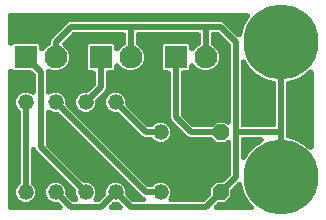
<source format=gbr>
G04 EAGLE Gerber RS-274X export*
G75*
%MOMM*%
%FSLAX34Y34*%
%LPD*%
%INTop Copper*%
%IPPOS*%
%AMOC8*
5,1,8,0,0,1.08239X$1,22.5*%
G01*
%ADD10C,1.320800*%
%ADD11P,1.429621X8X22.500000*%
%ADD12C,1.930400*%
%ADD13R,1.930400X1.930400*%
%ADD14C,6.350000*%
%ADD15C,0.508000*%

G36*
X175228Y16779D02*
X175228Y16779D01*
X175393Y16786D01*
X175452Y16799D01*
X175513Y16805D01*
X175672Y16848D01*
X175832Y16884D01*
X175889Y16907D01*
X175947Y16923D01*
X176096Y16994D01*
X176248Y17057D01*
X176299Y17090D01*
X176354Y17117D01*
X176488Y17212D01*
X176626Y17302D01*
X176684Y17353D01*
X176720Y17379D01*
X176763Y17422D01*
X176860Y17508D01*
X181628Y22276D01*
X181733Y22402D01*
X181845Y22523D01*
X181877Y22574D01*
X181916Y22621D01*
X181998Y22764D01*
X182086Y22903D01*
X182110Y22959D01*
X182140Y23012D01*
X182195Y23167D01*
X182257Y23319D01*
X182270Y23379D01*
X182291Y23436D01*
X182317Y23599D01*
X182352Y23760D01*
X182357Y23836D01*
X182364Y23881D01*
X182363Y23942D01*
X182371Y24071D01*
X182371Y28767D01*
X187133Y33529D01*
X191829Y33529D01*
X191992Y33543D01*
X192157Y33550D01*
X192216Y33563D01*
X192277Y33569D01*
X192436Y33612D01*
X192596Y33648D01*
X192653Y33671D01*
X192711Y33687D01*
X192860Y33758D01*
X193012Y33821D01*
X193063Y33854D01*
X193118Y33881D01*
X193252Y33976D01*
X193390Y34066D01*
X193448Y34117D01*
X193484Y34143D01*
X193527Y34186D01*
X193624Y34272D01*
X198392Y39040D01*
X198497Y39166D01*
X198609Y39287D01*
X198641Y39338D01*
X198680Y39385D01*
X198762Y39528D01*
X198850Y39667D01*
X198874Y39723D01*
X198904Y39776D01*
X198959Y39931D01*
X199021Y40083D01*
X199034Y40143D01*
X199055Y40201D01*
X199081Y40363D01*
X199116Y40524D01*
X199121Y40600D01*
X199128Y40645D01*
X199127Y40706D01*
X199135Y40835D01*
X199135Y67209D01*
X199124Y67339D01*
X199122Y67469D01*
X199104Y67562D01*
X199095Y67658D01*
X199061Y67783D01*
X199036Y67911D01*
X199002Y68000D01*
X198977Y68092D01*
X198921Y68209D01*
X198874Y68331D01*
X198824Y68413D01*
X198783Y68499D01*
X198708Y68604D01*
X198640Y68716D01*
X198577Y68787D01*
X198521Y68865D01*
X198428Y68956D01*
X198342Y69053D01*
X198267Y69112D01*
X198199Y69179D01*
X198091Y69252D01*
X197989Y69332D01*
X197905Y69378D01*
X197826Y69431D01*
X197707Y69484D01*
X197592Y69545D01*
X197501Y69574D01*
X197414Y69613D01*
X197288Y69644D01*
X197164Y69684D01*
X197069Y69697D01*
X196976Y69720D01*
X196847Y69728D01*
X196718Y69746D01*
X196622Y69742D01*
X196527Y69748D01*
X196398Y69733D01*
X196268Y69727D01*
X196175Y69707D01*
X196080Y69695D01*
X195955Y69658D01*
X195828Y69630D01*
X195740Y69593D01*
X195649Y69565D01*
X195533Y69506D01*
X195413Y69456D01*
X195333Y69404D01*
X195247Y69361D01*
X195144Y69282D01*
X195035Y69212D01*
X194937Y69126D01*
X194889Y69089D01*
X194858Y69056D01*
X194800Y69005D01*
X193867Y68071D01*
X187133Y68071D01*
X183813Y71392D01*
X183687Y71497D01*
X183566Y71609D01*
X183514Y71641D01*
X183467Y71680D01*
X183325Y71762D01*
X183186Y71850D01*
X183129Y71874D01*
X183076Y71904D01*
X182921Y71959D01*
X182769Y72021D01*
X182710Y72034D01*
X182652Y72055D01*
X182490Y72081D01*
X182329Y72116D01*
X182252Y72121D01*
X182208Y72128D01*
X182147Y72127D01*
X182017Y72135D01*
X164291Y72135D01*
X162798Y72754D01*
X148954Y86598D01*
X148335Y88091D01*
X148335Y125984D01*
X148332Y126019D01*
X148334Y126053D01*
X148312Y126242D01*
X148295Y126433D01*
X148286Y126466D01*
X148282Y126500D01*
X148227Y126683D01*
X148177Y126867D01*
X148162Y126898D01*
X148152Y126931D01*
X148065Y127102D01*
X147983Y127274D01*
X147963Y127302D01*
X147948Y127333D01*
X147832Y127485D01*
X147721Y127640D01*
X147696Y127664D01*
X147676Y127691D01*
X147536Y127820D01*
X147399Y127954D01*
X147370Y127973D01*
X147344Y127997D01*
X147183Y128099D01*
X147026Y128206D01*
X146994Y128220D01*
X146965Y128238D01*
X146788Y128311D01*
X146614Y128388D01*
X146580Y128396D01*
X146548Y128409D01*
X146361Y128449D01*
X146176Y128495D01*
X146142Y128497D01*
X146108Y128504D01*
X145796Y128523D01*
X142116Y128523D01*
X141223Y129416D01*
X141223Y149984D01*
X142116Y150877D01*
X162684Y150877D01*
X163577Y149984D01*
X163577Y147334D01*
X163592Y147157D01*
X163602Y146979D01*
X163612Y146933D01*
X163617Y146885D01*
X163663Y146714D01*
X163704Y146541D01*
X163723Y146497D01*
X163735Y146451D01*
X163811Y146291D01*
X163882Y146127D01*
X163908Y146087D01*
X163929Y146044D01*
X164032Y145900D01*
X164130Y145752D01*
X164163Y145717D01*
X164191Y145678D01*
X164318Y145554D01*
X164441Y145426D01*
X164479Y145397D01*
X164513Y145364D01*
X164660Y145265D01*
X164804Y145160D01*
X164847Y145139D01*
X164886Y145112D01*
X165049Y145040D01*
X165209Y144962D01*
X165255Y144949D01*
X165298Y144930D01*
X165471Y144888D01*
X165642Y144839D01*
X165689Y144835D01*
X165736Y144823D01*
X165913Y144812D01*
X166090Y144795D01*
X166138Y144798D01*
X166185Y144796D01*
X166362Y144816D01*
X166539Y144830D01*
X166585Y144842D01*
X166632Y144848D01*
X166803Y144899D01*
X166974Y144944D01*
X167018Y144964D01*
X167063Y144978D01*
X167222Y145059D01*
X167383Y145133D01*
X167422Y145161D01*
X167465Y145182D01*
X167606Y145290D01*
X167752Y145392D01*
X167785Y145425D01*
X167823Y145454D01*
X167944Y145585D01*
X168069Y145711D01*
X168096Y145750D01*
X168128Y145785D01*
X168215Y145921D01*
X171469Y149175D01*
X172168Y149465D01*
X172355Y149563D01*
X172545Y149659D01*
X172555Y149667D01*
X172567Y149673D01*
X172735Y149803D01*
X172903Y149931D01*
X172912Y149941D01*
X172923Y149949D01*
X173065Y150106D01*
X173209Y150262D01*
X173216Y150273D01*
X173224Y150283D01*
X173336Y150463D01*
X173450Y150642D01*
X173455Y150654D01*
X173462Y150665D01*
X173540Y150862D01*
X173621Y151059D01*
X173624Y151071D01*
X173629Y151084D01*
X173671Y151291D01*
X173716Y151499D01*
X173717Y151514D01*
X173719Y151525D01*
X173720Y151564D01*
X173735Y151811D01*
X173735Y158496D01*
X173732Y158531D01*
X173734Y158565D01*
X173712Y158754D01*
X173695Y158945D01*
X173686Y158978D01*
X173682Y159012D01*
X173627Y159195D01*
X173577Y159379D01*
X173562Y159410D01*
X173552Y159443D01*
X173465Y159614D01*
X173383Y159786D01*
X173363Y159814D01*
X173348Y159845D01*
X173232Y159997D01*
X173121Y160152D01*
X173096Y160176D01*
X173076Y160203D01*
X172936Y160332D01*
X172799Y160466D01*
X172770Y160485D01*
X172744Y160509D01*
X172583Y160611D01*
X172426Y160718D01*
X172394Y160732D01*
X172365Y160750D01*
X172188Y160823D01*
X172014Y160900D01*
X171980Y160908D01*
X171948Y160921D01*
X171761Y160961D01*
X171576Y161007D01*
X171542Y161009D01*
X171508Y161016D01*
X171196Y161035D01*
X120904Y161035D01*
X120869Y161032D01*
X120835Y161034D01*
X120646Y161012D01*
X120455Y160995D01*
X120422Y160986D01*
X120388Y160982D01*
X120205Y160927D01*
X120021Y160877D01*
X119990Y160862D01*
X119957Y160852D01*
X119786Y160765D01*
X119614Y160683D01*
X119586Y160663D01*
X119555Y160648D01*
X119403Y160532D01*
X119248Y160421D01*
X119224Y160396D01*
X119197Y160376D01*
X119068Y160236D01*
X118934Y160099D01*
X118915Y160070D01*
X118891Y160044D01*
X118789Y159883D01*
X118682Y159726D01*
X118668Y159694D01*
X118650Y159665D01*
X118577Y159488D01*
X118500Y159314D01*
X118492Y159280D01*
X118479Y159248D01*
X118439Y159061D01*
X118393Y158876D01*
X118391Y158842D01*
X118384Y158808D01*
X118365Y158496D01*
X118365Y151811D01*
X118384Y151599D01*
X118400Y151388D01*
X118403Y151375D01*
X118405Y151362D01*
X118461Y151157D01*
X118514Y150952D01*
X118520Y150940D01*
X118523Y150928D01*
X118613Y150738D01*
X118703Y150544D01*
X118711Y150533D01*
X118717Y150521D01*
X118839Y150349D01*
X118962Y150175D01*
X118971Y150166D01*
X118979Y150155D01*
X119131Y150006D01*
X119281Y149858D01*
X119292Y149850D01*
X119301Y149841D01*
X119478Y149722D01*
X119651Y149602D01*
X119666Y149595D01*
X119674Y149589D01*
X119711Y149573D01*
X119932Y149465D01*
X120631Y149175D01*
X123775Y146031D01*
X125477Y141923D01*
X125477Y137477D01*
X123775Y133369D01*
X120631Y130225D01*
X116523Y128523D01*
X112077Y128523D01*
X107969Y130225D01*
X104742Y133452D01*
X104645Y133577D01*
X104541Y133722D01*
X104507Y133755D01*
X104478Y133793D01*
X104346Y133912D01*
X104219Y134036D01*
X104179Y134062D01*
X104144Y134094D01*
X103993Y134188D01*
X103846Y134288D01*
X103802Y134307D01*
X103762Y134332D01*
X103597Y134398D01*
X103434Y134470D01*
X103388Y134481D01*
X103343Y134499D01*
X103169Y134535D01*
X102996Y134577D01*
X102949Y134580D01*
X102902Y134589D01*
X102724Y134594D01*
X102547Y134604D01*
X102500Y134599D01*
X102452Y134600D01*
X102276Y134573D01*
X102100Y134552D01*
X102054Y134539D01*
X102007Y134531D01*
X101839Y134474D01*
X101669Y134422D01*
X101626Y134400D01*
X101581Y134385D01*
X101426Y134298D01*
X101267Y134218D01*
X101230Y134189D01*
X101188Y134166D01*
X101050Y134053D01*
X100909Y133946D01*
X100876Y133911D01*
X100840Y133881D01*
X100724Y133745D01*
X100603Y133615D01*
X100578Y133574D01*
X100547Y133538D01*
X100457Y133385D01*
X100362Y133235D01*
X100344Y133191D01*
X100320Y133150D01*
X100258Y132983D01*
X100191Y132818D01*
X100181Y132772D01*
X100164Y132727D01*
X100133Y132552D01*
X100111Y132449D01*
X100105Y132425D01*
X100105Y132421D01*
X100096Y132378D01*
X100092Y132319D01*
X100086Y132284D01*
X100086Y132221D01*
X100077Y132066D01*
X100077Y129416D01*
X99184Y128523D01*
X95504Y128523D01*
X95469Y128520D01*
X95435Y128522D01*
X95246Y128500D01*
X95055Y128483D01*
X95022Y128474D01*
X94988Y128470D01*
X94805Y128415D01*
X94621Y128365D01*
X94590Y128350D01*
X94557Y128340D01*
X94386Y128253D01*
X94214Y128171D01*
X94186Y128151D01*
X94155Y128136D01*
X94003Y128020D01*
X93848Y127909D01*
X93824Y127884D01*
X93797Y127864D01*
X93668Y127724D01*
X93534Y127587D01*
X93515Y127558D01*
X93491Y127532D01*
X93389Y127371D01*
X93282Y127214D01*
X93268Y127182D01*
X93250Y127153D01*
X93177Y126976D01*
X93100Y126802D01*
X93092Y126768D01*
X93079Y126736D01*
X93039Y126549D01*
X92993Y126364D01*
X92991Y126330D01*
X92984Y126296D01*
X92965Y125984D01*
X92965Y113491D01*
X92346Y111998D01*
X85072Y104724D01*
X84967Y104598D01*
X84855Y104477D01*
X84823Y104426D01*
X84784Y104379D01*
X84702Y104236D01*
X84614Y104097D01*
X84590Y104041D01*
X84560Y103988D01*
X84505Y103833D01*
X84443Y103681D01*
X84430Y103621D01*
X84409Y103563D01*
X84383Y103401D01*
X84348Y103240D01*
X84343Y103164D01*
X84336Y103119D01*
X84337Y103058D01*
X84329Y102929D01*
X84329Y99983D01*
X83091Y96995D01*
X80805Y94709D01*
X77817Y93471D01*
X74583Y93471D01*
X71595Y94709D01*
X69309Y96995D01*
X68071Y99983D01*
X68071Y103217D01*
X69309Y106205D01*
X71595Y108491D01*
X74583Y109729D01*
X77529Y109729D01*
X77692Y109743D01*
X77857Y109750D01*
X77916Y109763D01*
X77977Y109769D01*
X78136Y109812D01*
X78296Y109848D01*
X78353Y109871D01*
X78411Y109887D01*
X78560Y109958D01*
X78712Y110021D01*
X78763Y110054D01*
X78818Y110081D01*
X78952Y110176D01*
X79090Y110266D01*
X79148Y110317D01*
X79184Y110343D01*
X79227Y110386D01*
X79324Y110472D01*
X84092Y115240D01*
X84197Y115366D01*
X84309Y115487D01*
X84341Y115538D01*
X84380Y115585D01*
X84462Y115728D01*
X84550Y115867D01*
X84574Y115923D01*
X84604Y115976D01*
X84659Y116131D01*
X84721Y116283D01*
X84734Y116343D01*
X84755Y116401D01*
X84781Y116563D01*
X84816Y116724D01*
X84821Y116800D01*
X84828Y116845D01*
X84827Y116906D01*
X84835Y117035D01*
X84835Y125984D01*
X84832Y126019D01*
X84834Y126053D01*
X84812Y126242D01*
X84795Y126433D01*
X84786Y126466D01*
X84782Y126500D01*
X84727Y126683D01*
X84677Y126867D01*
X84662Y126898D01*
X84652Y126931D01*
X84565Y127102D01*
X84483Y127274D01*
X84463Y127302D01*
X84448Y127333D01*
X84332Y127485D01*
X84221Y127640D01*
X84196Y127664D01*
X84176Y127691D01*
X84036Y127820D01*
X83899Y127954D01*
X83870Y127973D01*
X83844Y127997D01*
X83683Y128099D01*
X83526Y128206D01*
X83494Y128220D01*
X83465Y128238D01*
X83288Y128311D01*
X83114Y128388D01*
X83080Y128396D01*
X83048Y128409D01*
X82861Y128449D01*
X82676Y128495D01*
X82642Y128497D01*
X82608Y128504D01*
X82296Y128523D01*
X78616Y128523D01*
X77723Y129416D01*
X77723Y149984D01*
X78616Y150877D01*
X99184Y150877D01*
X100077Y149984D01*
X100077Y147334D01*
X100093Y147156D01*
X100102Y146979D01*
X100112Y146933D01*
X100117Y146885D01*
X100163Y146714D01*
X100204Y146541D01*
X100223Y146497D01*
X100235Y146451D01*
X100311Y146291D01*
X100382Y146127D01*
X100408Y146087D01*
X100429Y146044D01*
X100532Y145900D01*
X100630Y145751D01*
X100663Y145717D01*
X100691Y145678D01*
X100818Y145554D01*
X100941Y145425D01*
X100979Y145397D01*
X101013Y145364D01*
X101161Y145265D01*
X101304Y145160D01*
X101347Y145139D01*
X101386Y145112D01*
X101549Y145040D01*
X101709Y144962D01*
X101755Y144949D01*
X101798Y144930D01*
X101971Y144888D01*
X102142Y144839D01*
X102190Y144834D01*
X102236Y144823D01*
X102413Y144812D01*
X102590Y144795D01*
X102638Y144798D01*
X102685Y144796D01*
X102862Y144816D01*
X103039Y144830D01*
X103085Y144842D01*
X103132Y144848D01*
X103303Y144899D01*
X103475Y144944D01*
X103518Y144964D01*
X103563Y144978D01*
X103722Y145059D01*
X103883Y145133D01*
X103922Y145161D01*
X103965Y145182D01*
X104106Y145290D01*
X104252Y145392D01*
X104285Y145426D01*
X104323Y145454D01*
X104444Y145585D01*
X104569Y145711D01*
X104596Y145750D01*
X104628Y145785D01*
X104715Y145921D01*
X107969Y149175D01*
X108668Y149465D01*
X108855Y149563D01*
X109045Y149659D01*
X109055Y149667D01*
X109067Y149673D01*
X109235Y149803D01*
X109403Y149931D01*
X109412Y149941D01*
X109423Y149949D01*
X109565Y150106D01*
X109709Y150262D01*
X109716Y150273D01*
X109724Y150283D01*
X109836Y150463D01*
X109950Y150642D01*
X109955Y150654D01*
X109962Y150665D01*
X110040Y150862D01*
X110121Y151059D01*
X110124Y151071D01*
X110129Y151084D01*
X110171Y151291D01*
X110216Y151499D01*
X110217Y151514D01*
X110219Y151525D01*
X110220Y151564D01*
X110235Y151811D01*
X110235Y158496D01*
X110232Y158531D01*
X110234Y158565D01*
X110212Y158754D01*
X110195Y158945D01*
X110186Y158978D01*
X110182Y159012D01*
X110127Y159195D01*
X110077Y159379D01*
X110062Y159410D01*
X110052Y159443D01*
X109965Y159614D01*
X109883Y159786D01*
X109863Y159814D01*
X109848Y159845D01*
X109732Y159997D01*
X109621Y160152D01*
X109596Y160176D01*
X109576Y160203D01*
X109436Y160332D01*
X109299Y160466D01*
X109270Y160485D01*
X109244Y160509D01*
X109083Y160611D01*
X108926Y160718D01*
X108894Y160732D01*
X108865Y160750D01*
X108688Y160823D01*
X108514Y160900D01*
X108480Y160908D01*
X108448Y160921D01*
X108261Y160961D01*
X108076Y161007D01*
X108042Y161009D01*
X108008Y161016D01*
X107696Y161035D01*
X66235Y161035D01*
X66072Y161021D01*
X65907Y161014D01*
X65848Y161001D01*
X65787Y160995D01*
X65628Y160952D01*
X65468Y160916D01*
X65411Y160893D01*
X65353Y160877D01*
X65204Y160806D01*
X65052Y160743D01*
X65001Y160710D01*
X64946Y160683D01*
X64812Y160588D01*
X64674Y160498D01*
X64616Y160447D01*
X64580Y160421D01*
X64537Y160378D01*
X64440Y160292D01*
X57023Y152874D01*
X57001Y152848D01*
X56975Y152825D01*
X56857Y152676D01*
X56734Y152529D01*
X56717Y152499D01*
X56695Y152472D01*
X56605Y152304D01*
X56511Y152138D01*
X56499Y152106D01*
X56483Y152075D01*
X56424Y151894D01*
X56360Y151714D01*
X56354Y151680D01*
X56343Y151647D01*
X56317Y151458D01*
X56286Y151270D01*
X56287Y151235D01*
X56282Y151201D01*
X56290Y151010D01*
X56292Y150819D01*
X56299Y150785D01*
X56300Y150751D01*
X56342Y150565D01*
X56378Y150377D01*
X56390Y150345D01*
X56398Y150311D01*
X56471Y150136D01*
X56540Y149957D01*
X56558Y149928D01*
X56572Y149896D01*
X56675Y149736D01*
X56774Y149573D01*
X56797Y149547D01*
X56816Y149518D01*
X57023Y149283D01*
X60275Y146031D01*
X61977Y141923D01*
X61977Y137477D01*
X60275Y133369D01*
X57131Y130225D01*
X53023Y128523D01*
X48577Y128523D01*
X45676Y129725D01*
X45597Y129750D01*
X45522Y129783D01*
X45383Y129817D01*
X45246Y129860D01*
X45164Y129870D01*
X45084Y129890D01*
X44942Y129898D01*
X44799Y129916D01*
X44717Y129912D01*
X44635Y129917D01*
X44493Y129901D01*
X44350Y129893D01*
X44270Y129875D01*
X44188Y129865D01*
X44050Y129824D01*
X43911Y129791D01*
X43836Y129759D01*
X43757Y129735D01*
X43629Y129670D01*
X43498Y129613D01*
X43429Y129568D01*
X43355Y129531D01*
X43241Y129444D01*
X43122Y129365D01*
X43062Y129308D01*
X42997Y129259D01*
X42900Y129153D01*
X42796Y129054D01*
X42747Y128988D01*
X42691Y128927D01*
X42614Y128807D01*
X42530Y128691D01*
X42494Y128617D01*
X42450Y128548D01*
X42395Y128415D01*
X42332Y128287D01*
X42310Y128207D01*
X42279Y128131D01*
X42249Y127991D01*
X42209Y127853D01*
X42201Y127772D01*
X42184Y127691D01*
X42169Y127445D01*
X42165Y127405D01*
X42166Y127395D01*
X42165Y127379D01*
X42165Y110591D01*
X42176Y110461D01*
X42178Y110331D01*
X42196Y110237D01*
X42205Y110142D01*
X42239Y110016D01*
X42264Y109888D01*
X42298Y109800D01*
X42323Y109708D01*
X42379Y109590D01*
X42426Y109469D01*
X42476Y109387D01*
X42517Y109301D01*
X42592Y109195D01*
X42660Y109084D01*
X42723Y109013D01*
X42779Y108935D01*
X42872Y108844D01*
X42959Y108747D01*
X43033Y108688D01*
X43101Y108621D01*
X43210Y108548D01*
X43312Y108467D01*
X43395Y108422D01*
X43474Y108369D01*
X43594Y108316D01*
X43709Y108255D01*
X43799Y108225D01*
X43886Y108187D01*
X44013Y108156D01*
X44137Y108116D01*
X44231Y108103D01*
X44324Y108080D01*
X44454Y108072D01*
X44583Y108054D01*
X44678Y108058D01*
X44773Y108052D01*
X44902Y108068D01*
X45033Y108073D01*
X45126Y108094D01*
X45220Y108105D01*
X45345Y108142D01*
X45472Y108171D01*
X45560Y108207D01*
X45651Y108235D01*
X45768Y108294D01*
X45888Y108344D01*
X45968Y108396D01*
X45977Y108401D01*
X49183Y109729D01*
X52417Y109729D01*
X55405Y108491D01*
X57691Y106205D01*
X58929Y103217D01*
X58929Y100271D01*
X58943Y100108D01*
X58950Y99943D01*
X58963Y99884D01*
X58969Y99823D01*
X59012Y99664D01*
X59048Y99504D01*
X59071Y99447D01*
X59087Y99389D01*
X59158Y99240D01*
X59221Y99088D01*
X59254Y99037D01*
X59281Y98982D01*
X59376Y98848D01*
X59466Y98710D01*
X59517Y98652D01*
X59543Y98616D01*
X59586Y98573D01*
X59672Y98476D01*
X127940Y30208D01*
X128066Y30103D01*
X128187Y29991D01*
X128238Y29959D01*
X128285Y29920D01*
X128428Y29838D01*
X128567Y29750D01*
X128623Y29726D01*
X128676Y29696D01*
X128831Y29641D01*
X128983Y29579D01*
X129043Y29566D01*
X129101Y29545D01*
X129263Y29519D01*
X129424Y29484D01*
X129500Y29479D01*
X129545Y29472D01*
X129606Y29473D01*
X129735Y29465D01*
X131217Y29465D01*
X131381Y29479D01*
X131545Y29486D01*
X131605Y29499D01*
X131666Y29505D01*
X131824Y29548D01*
X131985Y29584D01*
X132041Y29607D01*
X132100Y29623D01*
X132249Y29694D01*
X132400Y29757D01*
X132452Y29790D01*
X132507Y29817D01*
X132640Y29912D01*
X132779Y30002D01*
X132836Y30053D01*
X132873Y30079D01*
X132915Y30122D01*
X133013Y30208D01*
X135095Y32291D01*
X138083Y33529D01*
X141317Y33529D01*
X144305Y32291D01*
X146591Y30005D01*
X147829Y27017D01*
X147829Y23783D01*
X146504Y20586D01*
X146469Y20534D01*
X146431Y20446D01*
X146383Y20364D01*
X146340Y20241D01*
X146287Y20122D01*
X146264Y20029D01*
X146232Y19940D01*
X146211Y19811D01*
X146180Y19684D01*
X146174Y19589D01*
X146159Y19495D01*
X146160Y19365D01*
X146152Y19235D01*
X146163Y19140D01*
X146165Y19045D01*
X146189Y18917D01*
X146205Y18788D01*
X146232Y18697D01*
X146250Y18603D01*
X146297Y18482D01*
X146335Y18357D01*
X146378Y18272D01*
X146412Y18183D01*
X146480Y18072D01*
X146539Y17955D01*
X146597Y17880D01*
X146646Y17798D01*
X146732Y17700D01*
X146811Y17597D01*
X146881Y17532D01*
X146944Y17461D01*
X147046Y17380D01*
X147142Y17291D01*
X147223Y17240D01*
X147297Y17181D01*
X147412Y17120D01*
X147522Y17050D01*
X147610Y17014D01*
X147694Y16969D01*
X147818Y16928D01*
X147939Y16879D01*
X148032Y16859D01*
X148122Y16829D01*
X148251Y16811D01*
X148379Y16784D01*
X148508Y16776D01*
X148568Y16768D01*
X148613Y16770D01*
X148691Y16765D01*
X175065Y16765D01*
X175228Y16779D01*
G37*
G36*
X54290Y10172D02*
X54290Y10172D01*
X54420Y10174D01*
X54514Y10192D01*
X54609Y10201D01*
X54735Y10235D01*
X54862Y10260D01*
X54951Y10294D01*
X55043Y10319D01*
X55161Y10375D01*
X55282Y10422D01*
X55364Y10472D01*
X55450Y10513D01*
X55556Y10588D01*
X55667Y10656D01*
X55739Y10719D01*
X55816Y10775D01*
X55907Y10868D01*
X56004Y10954D01*
X56064Y11029D01*
X56130Y11097D01*
X56203Y11205D01*
X56284Y11307D01*
X56329Y11391D01*
X56382Y11470D01*
X56435Y11589D01*
X56496Y11704D01*
X56526Y11795D01*
X56565Y11882D01*
X56595Y12009D01*
X56636Y12132D01*
X56649Y12227D01*
X56671Y12320D01*
X56679Y12449D01*
X56697Y12578D01*
X56693Y12674D01*
X56699Y12769D01*
X56684Y12898D01*
X56679Y13028D01*
X56658Y13121D01*
X56647Y13216D01*
X56609Y13341D01*
X56581Y13468D01*
X56544Y13556D01*
X56517Y13647D01*
X56457Y13763D01*
X56407Y13883D01*
X56356Y13963D01*
X56312Y14049D01*
X56234Y14152D01*
X56163Y14261D01*
X56077Y14359D01*
X56040Y14407D01*
X56007Y14438D01*
X55956Y14496D01*
X53924Y16528D01*
X53798Y16633D01*
X53677Y16745D01*
X53626Y16777D01*
X53579Y16816D01*
X53436Y16898D01*
X53297Y16986D01*
X53241Y17010D01*
X53188Y17040D01*
X53033Y17095D01*
X52881Y17157D01*
X52821Y17170D01*
X52763Y17191D01*
X52601Y17217D01*
X52440Y17252D01*
X52363Y17257D01*
X52319Y17264D01*
X52258Y17263D01*
X52129Y17271D01*
X49183Y17271D01*
X46195Y18509D01*
X43909Y20795D01*
X42671Y23783D01*
X42671Y27017D01*
X43909Y30005D01*
X46195Y32291D01*
X49183Y33529D01*
X52417Y33529D01*
X55405Y32291D01*
X57691Y30005D01*
X58929Y27017D01*
X58929Y24071D01*
X58943Y23908D01*
X58950Y23743D01*
X58963Y23684D01*
X58969Y23623D01*
X59012Y23464D01*
X59048Y23304D01*
X59071Y23247D01*
X59087Y23189D01*
X59158Y23040D01*
X59221Y22888D01*
X59254Y22837D01*
X59281Y22782D01*
X59376Y22648D01*
X59466Y22510D01*
X59517Y22452D01*
X59543Y22416D01*
X59586Y22373D01*
X59672Y22276D01*
X64440Y17508D01*
X64566Y17403D01*
X64687Y17291D01*
X64738Y17259D01*
X64785Y17220D01*
X64928Y17138D01*
X65067Y17050D01*
X65123Y17026D01*
X65176Y16996D01*
X65331Y16941D01*
X65483Y16879D01*
X65543Y16866D01*
X65601Y16845D01*
X65763Y16819D01*
X65924Y16784D01*
X66000Y16779D01*
X66045Y16772D01*
X66106Y16773D01*
X66235Y16765D01*
X67209Y16765D01*
X67339Y16776D01*
X67469Y16778D01*
X67563Y16796D01*
X67658Y16805D01*
X67784Y16839D01*
X67912Y16864D01*
X68000Y16898D01*
X68092Y16923D01*
X68210Y16979D01*
X68331Y17026D01*
X68413Y17076D01*
X68499Y17117D01*
X68605Y17192D01*
X68716Y17260D01*
X68787Y17323D01*
X68865Y17379D01*
X68956Y17472D01*
X69053Y17559D01*
X69112Y17633D01*
X69179Y17701D01*
X69252Y17810D01*
X69333Y17912D01*
X69378Y17995D01*
X69431Y18074D01*
X69484Y18194D01*
X69545Y18309D01*
X69575Y18399D01*
X69613Y18486D01*
X69644Y18613D01*
X69684Y18737D01*
X69697Y18831D01*
X69720Y18924D01*
X69728Y19054D01*
X69746Y19183D01*
X69742Y19278D01*
X69748Y19373D01*
X69732Y19502D01*
X69727Y19633D01*
X69706Y19726D01*
X69695Y19820D01*
X69658Y19945D01*
X69629Y20072D01*
X69593Y20160D01*
X69565Y20251D01*
X69506Y20368D01*
X69456Y20488D01*
X69404Y20568D01*
X69399Y20577D01*
X68071Y23783D01*
X68071Y26729D01*
X68057Y26892D01*
X68050Y27057D01*
X68037Y27116D01*
X68031Y27177D01*
X67988Y27336D01*
X67952Y27496D01*
X67929Y27553D01*
X67913Y27611D01*
X67842Y27760D01*
X67779Y27912D01*
X67746Y27963D01*
X67719Y28018D01*
X67624Y28152D01*
X67534Y28290D01*
X67483Y28348D01*
X67457Y28384D01*
X67414Y28427D01*
X67328Y28524D01*
X34654Y61198D01*
X34350Y61932D01*
X34267Y62090D01*
X34191Y62250D01*
X34167Y62284D01*
X34161Y62294D01*
X34159Y62298D01*
X34141Y62331D01*
X34032Y62472D01*
X33929Y62616D01*
X33895Y62649D01*
X33866Y62687D01*
X33734Y62806D01*
X33607Y62930D01*
X33567Y62957D01*
X33531Y62989D01*
X33381Y63082D01*
X33234Y63182D01*
X33190Y63201D01*
X33149Y63226D01*
X32984Y63292D01*
X32822Y63364D01*
X32775Y63375D01*
X32731Y63393D01*
X32557Y63429D01*
X32384Y63471D01*
X32337Y63474D01*
X32290Y63483D01*
X32112Y63487D01*
X31935Y63498D01*
X31887Y63493D01*
X31840Y63494D01*
X31664Y63467D01*
X31488Y63446D01*
X31442Y63432D01*
X31395Y63425D01*
X31227Y63367D01*
X31057Y63316D01*
X31014Y63294D01*
X30969Y63279D01*
X30814Y63192D01*
X30655Y63112D01*
X30617Y63083D01*
X30576Y63059D01*
X30438Y62947D01*
X30297Y62840D01*
X30264Y62804D01*
X30227Y62774D01*
X30112Y62639D01*
X29991Y62509D01*
X29966Y62468D01*
X29935Y62432D01*
X29845Y62279D01*
X29750Y62129D01*
X29731Y62084D01*
X29707Y62043D01*
X29646Y61877D01*
X29579Y61712D01*
X29569Y61665D01*
X29552Y61621D01*
X29521Y61446D01*
X29512Y61403D01*
X29493Y61326D01*
X29493Y61312D01*
X29484Y61272D01*
X29480Y61213D01*
X29474Y61177D01*
X29474Y61114D01*
X29465Y60960D01*
X29465Y33883D01*
X29479Y33719D01*
X29486Y33555D01*
X29499Y33495D01*
X29505Y33434D01*
X29548Y33276D01*
X29584Y33115D01*
X29607Y33059D01*
X29623Y33000D01*
X29694Y32851D01*
X29757Y32700D01*
X29790Y32648D01*
X29817Y32593D01*
X29912Y32460D01*
X30002Y32321D01*
X30053Y32264D01*
X30079Y32227D01*
X30122Y32185D01*
X30208Y32087D01*
X32291Y30005D01*
X33529Y27017D01*
X33529Y23783D01*
X32291Y20795D01*
X30005Y18509D01*
X27017Y17271D01*
X23783Y17271D01*
X20795Y18509D01*
X18509Y20795D01*
X17271Y23783D01*
X17271Y27017D01*
X18509Y30005D01*
X20592Y32087D01*
X20697Y32213D01*
X20809Y32334D01*
X20841Y32386D01*
X20880Y32433D01*
X20962Y32575D01*
X21050Y32714D01*
X21074Y32771D01*
X21104Y32824D01*
X21159Y32979D01*
X21221Y33131D01*
X21234Y33190D01*
X21255Y33248D01*
X21281Y33410D01*
X21316Y33571D01*
X21321Y33648D01*
X21328Y33692D01*
X21327Y33753D01*
X21335Y33883D01*
X21335Y93117D01*
X21321Y93281D01*
X21314Y93445D01*
X21301Y93505D01*
X21295Y93566D01*
X21252Y93724D01*
X21216Y93885D01*
X21193Y93941D01*
X21177Y94000D01*
X21106Y94149D01*
X21043Y94300D01*
X21010Y94352D01*
X20983Y94407D01*
X20888Y94540D01*
X20798Y94679D01*
X20747Y94736D01*
X20721Y94773D01*
X20678Y94815D01*
X20592Y94913D01*
X18509Y96995D01*
X17271Y99983D01*
X17271Y103217D01*
X18509Y106205D01*
X20795Y108491D01*
X23783Y109729D01*
X27017Y109729D01*
X30214Y108404D01*
X30266Y108369D01*
X30354Y108331D01*
X30436Y108283D01*
X30559Y108240D01*
X30678Y108187D01*
X30771Y108164D01*
X30860Y108132D01*
X30989Y108111D01*
X31116Y108080D01*
X31211Y108074D01*
X31305Y108059D01*
X31435Y108060D01*
X31565Y108052D01*
X31660Y108063D01*
X31755Y108065D01*
X31883Y108089D01*
X32012Y108105D01*
X32103Y108132D01*
X32197Y108150D01*
X32318Y108197D01*
X32443Y108235D01*
X32528Y108278D01*
X32617Y108312D01*
X32728Y108380D01*
X32845Y108439D01*
X32920Y108497D01*
X33002Y108546D01*
X33100Y108632D01*
X33203Y108711D01*
X33268Y108781D01*
X33339Y108844D01*
X33420Y108946D01*
X33509Y109042D01*
X33560Y109123D01*
X33619Y109197D01*
X33680Y109312D01*
X33750Y109422D01*
X33786Y109510D01*
X33831Y109594D01*
X33872Y109718D01*
X33921Y109839D01*
X33941Y109932D01*
X33971Y110022D01*
X33989Y110151D01*
X34016Y110279D01*
X34024Y110408D01*
X34032Y110468D01*
X34030Y110513D01*
X34035Y110591D01*
X34035Y124265D01*
X34021Y124428D01*
X34014Y124593D01*
X34001Y124652D01*
X33995Y124713D01*
X33952Y124872D01*
X33916Y125032D01*
X33893Y125089D01*
X33877Y125147D01*
X33806Y125296D01*
X33743Y125448D01*
X33710Y125499D01*
X33683Y125554D01*
X33588Y125688D01*
X33498Y125826D01*
X33447Y125884D01*
X33421Y125920D01*
X33378Y125963D01*
X33292Y126060D01*
X31572Y127780D01*
X31446Y127885D01*
X31325Y127997D01*
X31274Y128029D01*
X31227Y128068D01*
X31084Y128150D01*
X30945Y128238D01*
X30889Y128262D01*
X30836Y128292D01*
X30681Y128347D01*
X30529Y128409D01*
X30469Y128422D01*
X30411Y128443D01*
X30249Y128469D01*
X30088Y128504D01*
X30012Y128509D01*
X29967Y128516D01*
X29906Y128515D01*
X29777Y128523D01*
X15116Y128523D01*
X14496Y129144D01*
X14396Y129228D01*
X14303Y129318D01*
X14223Y129372D01*
X14150Y129433D01*
X14037Y129498D01*
X13930Y129570D01*
X13842Y129609D01*
X13759Y129656D01*
X13637Y129700D01*
X13518Y129753D01*
X13425Y129775D01*
X13335Y129807D01*
X13207Y129829D01*
X13080Y129859D01*
X12985Y129865D01*
X12891Y129881D01*
X12761Y129879D01*
X12631Y129887D01*
X12536Y129876D01*
X12440Y129875D01*
X12313Y129850D01*
X12184Y129835D01*
X12092Y129807D01*
X11998Y129789D01*
X11877Y129742D01*
X11753Y129705D01*
X11667Y129661D01*
X11578Y129627D01*
X11467Y129559D01*
X11351Y129500D01*
X11275Y129443D01*
X11194Y129393D01*
X11096Y129307D01*
X10993Y129228D01*
X10928Y129158D01*
X10856Y129095D01*
X10776Y128993D01*
X10687Y128897D01*
X10636Y128817D01*
X10577Y128742D01*
X10515Y128627D01*
X10446Y128517D01*
X10409Y128429D01*
X10364Y128345D01*
X10324Y128221D01*
X10275Y128101D01*
X10255Y128007D01*
X10225Y127917D01*
X10207Y127788D01*
X10180Y127661D01*
X10172Y127531D01*
X10164Y127470D01*
X10165Y127426D01*
X10161Y127349D01*
X10161Y12700D01*
X10164Y12665D01*
X10162Y12631D01*
X10184Y12442D01*
X10201Y12251D01*
X10210Y12218D01*
X10214Y12184D01*
X10269Y12001D01*
X10319Y11817D01*
X10334Y11786D01*
X10344Y11753D01*
X10431Y11582D01*
X10513Y11410D01*
X10533Y11382D01*
X10548Y11351D01*
X10664Y11199D01*
X10775Y11044D01*
X10800Y11020D01*
X10820Y10993D01*
X10960Y10864D01*
X11097Y10730D01*
X11126Y10711D01*
X11152Y10687D01*
X11313Y10585D01*
X11470Y10478D01*
X11502Y10464D01*
X11531Y10446D01*
X11708Y10373D01*
X11882Y10296D01*
X11916Y10288D01*
X11948Y10275D01*
X12135Y10235D01*
X12320Y10189D01*
X12354Y10187D01*
X12388Y10180D01*
X12700Y10161D01*
X54161Y10161D01*
X54290Y10172D01*
G37*
G36*
X39138Y144798D02*
X39138Y144798D01*
X39185Y144796D01*
X39362Y144816D01*
X39539Y144830D01*
X39585Y144842D01*
X39632Y144848D01*
X39803Y144899D01*
X39974Y144944D01*
X40018Y144964D01*
X40063Y144978D01*
X40222Y145059D01*
X40383Y145133D01*
X40422Y145161D01*
X40465Y145182D01*
X40606Y145290D01*
X40752Y145392D01*
X40785Y145425D01*
X40823Y145454D01*
X40944Y145585D01*
X41069Y145711D01*
X41096Y145750D01*
X41128Y145785D01*
X41215Y145921D01*
X44469Y149175D01*
X45168Y149465D01*
X45355Y149563D01*
X45545Y149659D01*
X45555Y149667D01*
X45567Y149673D01*
X45735Y149803D01*
X45903Y149931D01*
X45912Y149941D01*
X45923Y149949D01*
X46065Y150106D01*
X46209Y150262D01*
X46216Y150273D01*
X46224Y150283D01*
X46336Y150463D01*
X46450Y150642D01*
X46455Y150654D01*
X46462Y150665D01*
X46540Y150862D01*
X46621Y151059D01*
X46624Y151071D01*
X46629Y151084D01*
X46671Y151291D01*
X46716Y151499D01*
X46717Y151514D01*
X46719Y151525D01*
X46720Y151564D01*
X46735Y151811D01*
X46735Y153209D01*
X47354Y154702D01*
X59697Y167045D01*
X61198Y168546D01*
X62691Y169165D01*
X191309Y169165D01*
X192802Y168546D01*
X194303Y167046D01*
X194303Y167045D01*
X204185Y157164D01*
X204202Y157149D01*
X204218Y157131D01*
X204374Y157005D01*
X204530Y156875D01*
X204550Y156863D01*
X204568Y156849D01*
X204745Y156752D01*
X204921Y156651D01*
X204943Y156644D01*
X204963Y156633D01*
X205155Y156568D01*
X205345Y156501D01*
X205368Y156497D01*
X205390Y156490D01*
X205589Y156460D01*
X205789Y156427D01*
X205813Y156427D01*
X205835Y156424D01*
X206037Y156431D01*
X206240Y156433D01*
X206262Y156438D01*
X206285Y156438D01*
X206483Y156480D01*
X206682Y156519D01*
X206703Y156527D01*
X206726Y156532D01*
X206913Y156608D01*
X207102Y156681D01*
X207122Y156693D01*
X207143Y156702D01*
X207314Y156810D01*
X207486Y156915D01*
X207504Y156930D01*
X207523Y156943D01*
X207673Y157080D01*
X207824Y157213D01*
X207838Y157231D01*
X207855Y157247D01*
X207978Y157409D01*
X208103Y157566D01*
X208114Y157587D01*
X208128Y157605D01*
X208221Y157786D01*
X208316Y157963D01*
X208323Y157985D01*
X208334Y158006D01*
X208433Y158302D01*
X210293Y165244D01*
X214698Y172874D01*
X214721Y172897D01*
X214774Y172976D01*
X214836Y173050D01*
X214900Y173163D01*
X214973Y173270D01*
X215012Y173358D01*
X215059Y173440D01*
X215103Y173563D01*
X215155Y173682D01*
X215178Y173775D01*
X215210Y173865D01*
X215231Y173993D01*
X215262Y174120D01*
X215268Y174215D01*
X215283Y174309D01*
X215282Y174439D01*
X215290Y174569D01*
X215279Y174664D01*
X215277Y174759D01*
X215253Y174887D01*
X215238Y175016D01*
X215210Y175108D01*
X215192Y175201D01*
X215145Y175322D01*
X215107Y175447D01*
X215064Y175532D01*
X215030Y175621D01*
X214962Y175732D01*
X214903Y175849D01*
X214845Y175925D01*
X214796Y176006D01*
X214710Y176104D01*
X214631Y176207D01*
X214561Y176272D01*
X214498Y176343D01*
X214396Y176424D01*
X214300Y176513D01*
X214219Y176564D01*
X214145Y176623D01*
X214030Y176684D01*
X213920Y176754D01*
X213832Y176791D01*
X213748Y176836D01*
X213624Y176876D01*
X213504Y176925D01*
X213410Y176945D01*
X213320Y176975D01*
X213191Y176993D01*
X213063Y177020D01*
X212934Y177028D01*
X212874Y177036D01*
X212829Y177035D01*
X212751Y177039D01*
X12700Y177039D01*
X12665Y177036D01*
X12631Y177038D01*
X12442Y177016D01*
X12251Y176999D01*
X12218Y176990D01*
X12184Y176986D01*
X12001Y176931D01*
X11817Y176881D01*
X11786Y176866D01*
X11753Y176856D01*
X11582Y176769D01*
X11410Y176687D01*
X11382Y176667D01*
X11351Y176652D01*
X11199Y176536D01*
X11044Y176425D01*
X11020Y176400D01*
X10993Y176380D01*
X10864Y176240D01*
X10730Y176103D01*
X10711Y176074D01*
X10687Y176048D01*
X10585Y175887D01*
X10478Y175730D01*
X10464Y175698D01*
X10446Y175669D01*
X10373Y175492D01*
X10296Y175318D01*
X10288Y175284D01*
X10275Y175252D01*
X10235Y175065D01*
X10189Y174880D01*
X10187Y174846D01*
X10180Y174812D01*
X10161Y174500D01*
X10161Y152051D01*
X10172Y151922D01*
X10174Y151792D01*
X10192Y151698D01*
X10201Y151603D01*
X10235Y151477D01*
X10260Y151350D01*
X10294Y151260D01*
X10319Y151168D01*
X10375Y151051D01*
X10422Y150930D01*
X10472Y150848D01*
X10513Y150762D01*
X10588Y150656D01*
X10656Y150545D01*
X10719Y150473D01*
X10775Y150396D01*
X10868Y150305D01*
X10954Y150208D01*
X11029Y150148D01*
X11097Y150082D01*
X11205Y150009D01*
X11307Y149928D01*
X11391Y149883D01*
X11470Y149830D01*
X11589Y149777D01*
X11704Y149716D01*
X11795Y149686D01*
X11882Y149647D01*
X12009Y149617D01*
X12132Y149576D01*
X12227Y149563D01*
X12320Y149541D01*
X12449Y149533D01*
X12578Y149515D01*
X12674Y149519D01*
X12769Y149513D01*
X12898Y149528D01*
X13028Y149533D01*
X13121Y149554D01*
X13216Y149565D01*
X13341Y149603D01*
X13468Y149631D01*
X13556Y149668D01*
X13647Y149695D01*
X13763Y149754D01*
X13883Y149805D01*
X13963Y149856D01*
X14049Y149900D01*
X14152Y149978D01*
X14261Y150049D01*
X14359Y150135D01*
X14407Y150172D01*
X14438Y150205D01*
X14496Y150256D01*
X15116Y150877D01*
X35684Y150877D01*
X36577Y149984D01*
X36577Y147334D01*
X36592Y147157D01*
X36602Y146979D01*
X36612Y146933D01*
X36617Y146885D01*
X36663Y146714D01*
X36704Y146541D01*
X36723Y146497D01*
X36735Y146451D01*
X36811Y146291D01*
X36882Y146127D01*
X36908Y146087D01*
X36929Y146044D01*
X37032Y145900D01*
X37130Y145752D01*
X37163Y145717D01*
X37191Y145678D01*
X37318Y145554D01*
X37441Y145426D01*
X37479Y145397D01*
X37513Y145364D01*
X37660Y145265D01*
X37804Y145160D01*
X37847Y145139D01*
X37886Y145112D01*
X38049Y145040D01*
X38209Y144962D01*
X38255Y144949D01*
X38298Y144930D01*
X38471Y144888D01*
X38642Y144839D01*
X38689Y144835D01*
X38736Y144823D01*
X38913Y144812D01*
X39090Y144795D01*
X39138Y144798D01*
G37*
G36*
X182181Y80279D02*
X182181Y80279D01*
X182345Y80286D01*
X182405Y80299D01*
X182466Y80305D01*
X182624Y80348D01*
X182785Y80384D01*
X182841Y80407D01*
X182900Y80423D01*
X183049Y80494D01*
X183200Y80557D01*
X183252Y80590D01*
X183307Y80617D01*
X183440Y80712D01*
X183579Y80802D01*
X183636Y80853D01*
X183673Y80879D01*
X183715Y80922D01*
X183813Y81008D01*
X187133Y84329D01*
X193867Y84329D01*
X194800Y83395D01*
X194900Y83312D01*
X194993Y83221D01*
X195073Y83168D01*
X195146Y83106D01*
X195259Y83042D01*
X195366Y82969D01*
X195454Y82930D01*
X195537Y82883D01*
X195659Y82839D01*
X195778Y82787D01*
X195871Y82764D01*
X195961Y82732D01*
X196089Y82711D01*
X196216Y82680D01*
X196311Y82674D01*
X196405Y82659D01*
X196535Y82660D01*
X196665Y82652D01*
X196760Y82664D01*
X196856Y82665D01*
X196983Y82690D01*
X197112Y82705D01*
X197204Y82732D01*
X197298Y82750D01*
X197419Y82797D01*
X197543Y82835D01*
X197629Y82878D01*
X197718Y82913D01*
X197829Y82980D01*
X197945Y83039D01*
X198021Y83097D01*
X198102Y83147D01*
X198200Y83233D01*
X198303Y83311D01*
X198368Y83381D01*
X198440Y83445D01*
X198520Y83547D01*
X198609Y83642D01*
X198660Y83723D01*
X198719Y83798D01*
X198781Y83912D01*
X198850Y84022D01*
X198887Y84110D01*
X198932Y84195D01*
X198972Y84318D01*
X199021Y84439D01*
X199041Y84532D01*
X199071Y84623D01*
X199089Y84752D01*
X199116Y84879D01*
X199124Y85009D01*
X199132Y85069D01*
X199131Y85114D01*
X199135Y85191D01*
X199135Y149665D01*
X199121Y149828D01*
X199114Y149993D01*
X199101Y150052D01*
X199095Y150113D01*
X199052Y150272D01*
X199016Y150432D01*
X198993Y150489D01*
X198977Y150547D01*
X198906Y150696D01*
X198843Y150848D01*
X198810Y150899D01*
X198783Y150954D01*
X198688Y151088D01*
X198598Y151226D01*
X198547Y151284D01*
X198521Y151320D01*
X198478Y151363D01*
X198392Y151460D01*
X189560Y160292D01*
X189434Y160397D01*
X189313Y160509D01*
X189262Y160541D01*
X189215Y160580D01*
X189072Y160662D01*
X188933Y160750D01*
X188877Y160774D01*
X188824Y160804D01*
X188669Y160859D01*
X188517Y160921D01*
X188457Y160934D01*
X188400Y160955D01*
X188237Y160981D01*
X188076Y161016D01*
X187999Y161021D01*
X187955Y161028D01*
X187895Y161027D01*
X187765Y161035D01*
X184404Y161035D01*
X184369Y161032D01*
X184335Y161034D01*
X184146Y161012D01*
X183955Y160995D01*
X183922Y160986D01*
X183888Y160982D01*
X183705Y160927D01*
X183521Y160877D01*
X183490Y160862D01*
X183457Y160852D01*
X183286Y160765D01*
X183114Y160683D01*
X183086Y160663D01*
X183055Y160648D01*
X182903Y160532D01*
X182748Y160421D01*
X182724Y160396D01*
X182697Y160376D01*
X182568Y160236D01*
X182434Y160099D01*
X182415Y160070D01*
X182391Y160044D01*
X182289Y159883D01*
X182182Y159726D01*
X182168Y159694D01*
X182150Y159665D01*
X182077Y159488D01*
X182000Y159314D01*
X181992Y159280D01*
X181979Y159248D01*
X181939Y159061D01*
X181893Y158876D01*
X181891Y158842D01*
X181884Y158808D01*
X181865Y158496D01*
X181865Y151811D01*
X181884Y151599D01*
X181900Y151388D01*
X181903Y151375D01*
X181905Y151362D01*
X181961Y151157D01*
X182014Y150952D01*
X182020Y150940D01*
X182023Y150928D01*
X182113Y150738D01*
X182203Y150544D01*
X182211Y150533D01*
X182217Y150521D01*
X182339Y150349D01*
X182462Y150175D01*
X182471Y150166D01*
X182479Y150155D01*
X182631Y150006D01*
X182781Y149858D01*
X182792Y149850D01*
X182801Y149841D01*
X182978Y149722D01*
X183151Y149602D01*
X183166Y149595D01*
X183174Y149589D01*
X183211Y149573D01*
X183432Y149465D01*
X184131Y149175D01*
X187275Y146031D01*
X188977Y141923D01*
X188977Y137477D01*
X187275Y133369D01*
X184131Y130225D01*
X180023Y128523D01*
X175577Y128523D01*
X171469Y130225D01*
X168242Y133452D01*
X168145Y133577D01*
X168041Y133722D01*
X168007Y133755D01*
X167978Y133793D01*
X167846Y133912D01*
X167719Y134036D01*
X167679Y134062D01*
X167644Y134094D01*
X167493Y134188D01*
X167346Y134288D01*
X167302Y134307D01*
X167261Y134332D01*
X167096Y134398D01*
X166934Y134470D01*
X166888Y134481D01*
X166843Y134499D01*
X166669Y134535D01*
X166496Y134577D01*
X166449Y134580D01*
X166402Y134589D01*
X166224Y134594D01*
X166047Y134604D01*
X166000Y134599D01*
X165952Y134600D01*
X165777Y134573D01*
X165600Y134552D01*
X165554Y134539D01*
X165507Y134531D01*
X165339Y134474D01*
X165169Y134422D01*
X165126Y134400D01*
X165081Y134385D01*
X164926Y134298D01*
X164767Y134218D01*
X164730Y134189D01*
X164688Y134166D01*
X164550Y134053D01*
X164409Y133946D01*
X164376Y133911D01*
X164339Y133880D01*
X164224Y133745D01*
X164103Y133615D01*
X164078Y133574D01*
X164047Y133538D01*
X163957Y133385D01*
X163862Y133235D01*
X163844Y133191D01*
X163819Y133150D01*
X163758Y132983D01*
X163691Y132818D01*
X163681Y132772D01*
X163664Y132727D01*
X163633Y132552D01*
X163611Y132449D01*
X163605Y132425D01*
X163605Y132421D01*
X163596Y132378D01*
X163592Y132319D01*
X163586Y132283D01*
X163586Y132220D01*
X163577Y132066D01*
X163577Y129416D01*
X162684Y128523D01*
X159004Y128523D01*
X158969Y128520D01*
X158935Y128522D01*
X158746Y128500D01*
X158555Y128483D01*
X158522Y128474D01*
X158488Y128470D01*
X158305Y128415D01*
X158121Y128365D01*
X158090Y128350D01*
X158057Y128340D01*
X157886Y128253D01*
X157714Y128171D01*
X157686Y128151D01*
X157655Y128136D01*
X157503Y128020D01*
X157348Y127909D01*
X157324Y127884D01*
X157297Y127864D01*
X157168Y127724D01*
X157034Y127587D01*
X157015Y127558D01*
X156991Y127532D01*
X156889Y127371D01*
X156782Y127214D01*
X156768Y127182D01*
X156750Y127153D01*
X156677Y126976D01*
X156600Y126802D01*
X156592Y126768D01*
X156579Y126736D01*
X156539Y126549D01*
X156493Y126364D01*
X156491Y126330D01*
X156484Y126296D01*
X156465Y125984D01*
X156465Y91635D01*
X156479Y91472D01*
X156486Y91307D01*
X156499Y91248D01*
X156505Y91187D01*
X156548Y91028D01*
X156584Y90868D01*
X156607Y90811D01*
X156623Y90753D01*
X156694Y90604D01*
X156757Y90452D01*
X156790Y90401D01*
X156817Y90346D01*
X156912Y90212D01*
X157002Y90074D01*
X157053Y90016D01*
X157079Y89980D01*
X157122Y89937D01*
X157208Y89840D01*
X166040Y81008D01*
X166166Y80903D01*
X166287Y80791D01*
X166338Y80759D01*
X166385Y80720D01*
X166528Y80638D01*
X166667Y80550D01*
X166723Y80526D01*
X166776Y80496D01*
X166931Y80441D01*
X167083Y80379D01*
X167143Y80366D01*
X167201Y80345D01*
X167363Y80319D01*
X167524Y80284D01*
X167600Y80279D01*
X167645Y80272D01*
X167706Y80273D01*
X167835Y80265D01*
X182017Y80265D01*
X182181Y80279D01*
G37*
G36*
X86328Y16779D02*
X86328Y16779D01*
X86493Y16786D01*
X86552Y16799D01*
X86613Y16805D01*
X86772Y16848D01*
X86932Y16884D01*
X86989Y16907D01*
X87047Y16923D01*
X87196Y16994D01*
X87348Y17057D01*
X87399Y17090D01*
X87454Y17117D01*
X87588Y17212D01*
X87726Y17302D01*
X87784Y17353D01*
X87820Y17379D01*
X87863Y17422D01*
X87960Y17508D01*
X92728Y22276D01*
X92833Y22402D01*
X92945Y22523D01*
X92977Y22574D01*
X93016Y22621D01*
X93098Y22764D01*
X93186Y22903D01*
X93210Y22959D01*
X93240Y23012D01*
X93295Y23167D01*
X93357Y23319D01*
X93370Y23379D01*
X93391Y23437D01*
X93417Y23599D01*
X93452Y23760D01*
X93457Y23836D01*
X93464Y23881D01*
X93463Y23942D01*
X93471Y24071D01*
X93471Y27017D01*
X94709Y30005D01*
X96995Y32291D01*
X99983Y33529D01*
X103217Y33529D01*
X106205Y32291D01*
X108491Y30005D01*
X109729Y27017D01*
X109729Y24071D01*
X109743Y23908D01*
X109750Y23743D01*
X109763Y23684D01*
X109769Y23623D01*
X109812Y23464D01*
X109848Y23304D01*
X109871Y23247D01*
X109887Y23189D01*
X109958Y23040D01*
X110021Y22888D01*
X110054Y22837D01*
X110081Y22782D01*
X110176Y22648D01*
X110266Y22510D01*
X110317Y22452D01*
X110343Y22416D01*
X110386Y22373D01*
X110472Y22276D01*
X115240Y17508D01*
X115366Y17403D01*
X115487Y17291D01*
X115538Y17259D01*
X115585Y17220D01*
X115728Y17138D01*
X115867Y17050D01*
X115923Y17026D01*
X115976Y16996D01*
X116131Y16941D01*
X116283Y16879D01*
X116343Y16866D01*
X116401Y16845D01*
X116563Y16819D01*
X116724Y16784D01*
X116800Y16779D01*
X116845Y16772D01*
X116906Y16773D01*
X117035Y16765D01*
X124460Y16765D01*
X124637Y16780D01*
X124814Y16790D01*
X124861Y16800D01*
X124909Y16805D01*
X125080Y16851D01*
X125253Y16892D01*
X125297Y16911D01*
X125343Y16923D01*
X125503Y16999D01*
X125666Y17070D01*
X125706Y17096D01*
X125750Y17117D01*
X125894Y17220D01*
X126042Y17318D01*
X126077Y17351D01*
X126116Y17379D01*
X126239Y17506D01*
X126368Y17628D01*
X126396Y17667D01*
X126430Y17701D01*
X126529Y17849D01*
X126634Y17992D01*
X126655Y18035D01*
X126682Y18074D01*
X126754Y18237D01*
X126832Y18396D01*
X126845Y18442D01*
X126864Y18486D01*
X126906Y18659D01*
X126955Y18830D01*
X126959Y18877D01*
X126971Y18924D01*
X126982Y19101D01*
X126999Y19278D01*
X126995Y19325D01*
X126998Y19373D01*
X126978Y19550D01*
X126964Y19727D01*
X126952Y19773D01*
X126946Y19820D01*
X126895Y19991D01*
X126850Y20162D01*
X126830Y20205D01*
X126816Y20251D01*
X126735Y20410D01*
X126661Y20571D01*
X126633Y20610D01*
X126612Y20653D01*
X126504Y20794D01*
X126402Y20940D01*
X126369Y20973D01*
X126340Y21011D01*
X126209Y21132D01*
X126083Y21257D01*
X126044Y21284D01*
X126009Y21316D01*
X125859Y21412D01*
X125713Y21513D01*
X125659Y21539D01*
X125629Y21558D01*
X125570Y21582D01*
X125432Y21650D01*
X124698Y21954D01*
X53924Y92728D01*
X53798Y92833D01*
X53677Y92945D01*
X53626Y92977D01*
X53579Y93016D01*
X53436Y93098D01*
X53297Y93186D01*
X53241Y93210D01*
X53188Y93240D01*
X53033Y93295D01*
X52881Y93357D01*
X52821Y93370D01*
X52763Y93391D01*
X52601Y93417D01*
X52440Y93452D01*
X52364Y93457D01*
X52319Y93464D01*
X52258Y93463D01*
X52129Y93471D01*
X49183Y93471D01*
X45986Y94796D01*
X45934Y94831D01*
X45846Y94869D01*
X45764Y94917D01*
X45641Y94960D01*
X45522Y95013D01*
X45429Y95036D01*
X45340Y95068D01*
X45211Y95089D01*
X45084Y95120D01*
X44989Y95126D01*
X44895Y95141D01*
X44765Y95140D01*
X44635Y95148D01*
X44540Y95137D01*
X44445Y95135D01*
X44317Y95111D01*
X44188Y95095D01*
X44097Y95068D01*
X44003Y95050D01*
X43882Y95003D01*
X43757Y94965D01*
X43672Y94922D01*
X43583Y94888D01*
X43472Y94820D01*
X43355Y94761D01*
X43280Y94703D01*
X43198Y94654D01*
X43100Y94568D01*
X42997Y94489D01*
X42932Y94419D01*
X42861Y94356D01*
X42780Y94254D01*
X42691Y94158D01*
X42640Y94077D01*
X42581Y94003D01*
X42520Y93888D01*
X42450Y93778D01*
X42414Y93690D01*
X42369Y93606D01*
X42328Y93482D01*
X42279Y93361D01*
X42259Y93268D01*
X42229Y93178D01*
X42211Y93049D01*
X42184Y92921D01*
X42176Y92792D01*
X42168Y92732D01*
X42170Y92687D01*
X42165Y92609D01*
X42165Y66235D01*
X42179Y66072D01*
X42186Y65907D01*
X42199Y65848D01*
X42205Y65787D01*
X42248Y65628D01*
X42284Y65468D01*
X42307Y65411D01*
X42323Y65353D01*
X42394Y65204D01*
X42457Y65052D01*
X42490Y65001D01*
X42517Y64946D01*
X42612Y64812D01*
X42702Y64674D01*
X42753Y64616D01*
X42779Y64580D01*
X42822Y64537D01*
X42908Y64440D01*
X73076Y34272D01*
X73202Y34167D01*
X73323Y34055D01*
X73374Y34023D01*
X73421Y33984D01*
X73564Y33902D01*
X73703Y33814D01*
X73759Y33790D01*
X73812Y33760D01*
X73967Y33705D01*
X74119Y33643D01*
X74179Y33630D01*
X74237Y33609D01*
X74399Y33583D01*
X74560Y33548D01*
X74636Y33543D01*
X74681Y33536D01*
X74742Y33537D01*
X74871Y33529D01*
X77817Y33529D01*
X80805Y32291D01*
X83091Y30005D01*
X84329Y27017D01*
X84329Y23783D01*
X83004Y20586D01*
X82969Y20534D01*
X82931Y20446D01*
X82883Y20364D01*
X82840Y20241D01*
X82787Y20122D01*
X82764Y20029D01*
X82732Y19940D01*
X82711Y19811D01*
X82680Y19684D01*
X82674Y19589D01*
X82659Y19495D01*
X82660Y19365D01*
X82652Y19235D01*
X82663Y19140D01*
X82665Y19045D01*
X82689Y18917D01*
X82705Y18788D01*
X82732Y18697D01*
X82750Y18603D01*
X82797Y18482D01*
X82835Y18357D01*
X82878Y18272D01*
X82912Y18183D01*
X82980Y18072D01*
X83039Y17955D01*
X83097Y17880D01*
X83146Y17798D01*
X83232Y17700D01*
X83311Y17597D01*
X83381Y17532D01*
X83444Y17461D01*
X83546Y17380D01*
X83642Y17291D01*
X83723Y17240D01*
X83797Y17181D01*
X83912Y17120D01*
X84022Y17050D01*
X84110Y17014D01*
X84194Y16969D01*
X84318Y16928D01*
X84439Y16879D01*
X84532Y16859D01*
X84622Y16829D01*
X84751Y16811D01*
X84879Y16784D01*
X85008Y16776D01*
X85068Y16768D01*
X85113Y16770D01*
X85191Y16765D01*
X86165Y16765D01*
X86328Y16779D01*
G37*
G36*
X234731Y80268D02*
X234731Y80268D01*
X234765Y80266D01*
X234954Y80288D01*
X235145Y80305D01*
X235178Y80314D01*
X235212Y80318D01*
X235395Y80373D01*
X235579Y80423D01*
X235610Y80438D01*
X235643Y80448D01*
X235814Y80535D01*
X235986Y80617D01*
X236014Y80637D01*
X236045Y80652D01*
X236197Y80768D01*
X236352Y80879D01*
X236376Y80904D01*
X236403Y80924D01*
X236532Y81064D01*
X236666Y81201D01*
X236685Y81230D01*
X236709Y81256D01*
X236811Y81417D01*
X236918Y81574D01*
X236932Y81606D01*
X236950Y81635D01*
X237023Y81812D01*
X237100Y81986D01*
X237108Y82020D01*
X237121Y82052D01*
X237161Y82239D01*
X237207Y82424D01*
X237209Y82458D01*
X237216Y82492D01*
X237235Y82804D01*
X237235Y117092D01*
X237222Y117244D01*
X237217Y117397D01*
X237202Y117468D01*
X237195Y117541D01*
X237155Y117688D01*
X237123Y117838D01*
X237096Y117905D01*
X237077Y117975D01*
X237011Y118113D01*
X236953Y118255D01*
X236915Y118316D01*
X236883Y118382D01*
X236794Y118506D01*
X236713Y118635D01*
X236664Y118689D01*
X236621Y118748D01*
X236512Y118855D01*
X236408Y118967D01*
X236351Y119011D01*
X236299Y119062D01*
X236172Y119147D01*
X236050Y119240D01*
X235986Y119273D01*
X235926Y119314D01*
X235786Y119376D01*
X235650Y119446D01*
X235561Y119475D01*
X235514Y119496D01*
X235458Y119510D01*
X235353Y119545D01*
X228456Y121393D01*
X220869Y125774D01*
X214674Y131969D01*
X212003Y136594D01*
X211996Y136604D01*
X211991Y136614D01*
X211868Y136787D01*
X211744Y136963D01*
X211736Y136971D01*
X211729Y136980D01*
X211575Y137130D01*
X211424Y137280D01*
X211415Y137286D01*
X211407Y137294D01*
X211228Y137415D01*
X211054Y137535D01*
X211043Y137540D01*
X211034Y137546D01*
X210837Y137633D01*
X210644Y137721D01*
X210632Y137724D01*
X210622Y137729D01*
X210415Y137779D01*
X210207Y137832D01*
X210195Y137833D01*
X210184Y137835D01*
X209973Y137848D01*
X209758Y137864D01*
X209746Y137862D01*
X209735Y137863D01*
X209522Y137838D01*
X209310Y137816D01*
X209299Y137812D01*
X209288Y137811D01*
X209081Y137749D01*
X208878Y137689D01*
X208868Y137684D01*
X208857Y137681D01*
X208666Y137584D01*
X208475Y137488D01*
X208466Y137482D01*
X208455Y137476D01*
X208286Y137348D01*
X208114Y137220D01*
X208106Y137211D01*
X208097Y137204D01*
X207952Y137048D01*
X207806Y136891D01*
X207799Y136882D01*
X207791Y136873D01*
X207676Y136693D01*
X207560Y136514D01*
X207556Y136503D01*
X207550Y136493D01*
X207468Y136295D01*
X207386Y136099D01*
X207383Y136088D01*
X207379Y136077D01*
X207334Y135867D01*
X207287Y135660D01*
X207286Y135648D01*
X207284Y135637D01*
X207265Y135325D01*
X207265Y82804D01*
X207268Y82769D01*
X207266Y82735D01*
X207288Y82546D01*
X207305Y82355D01*
X207314Y82322D01*
X207318Y82288D01*
X207373Y82105D01*
X207423Y81921D01*
X207438Y81890D01*
X207448Y81857D01*
X207535Y81686D01*
X207617Y81514D01*
X207637Y81486D01*
X207652Y81455D01*
X207768Y81303D01*
X207879Y81148D01*
X207904Y81124D01*
X207924Y81097D01*
X208064Y80968D01*
X208201Y80834D01*
X208230Y80815D01*
X208256Y80791D01*
X208417Y80689D01*
X208574Y80582D01*
X208606Y80568D01*
X208635Y80550D01*
X208812Y80477D01*
X208986Y80400D01*
X209020Y80392D01*
X209052Y80379D01*
X209239Y80339D01*
X209424Y80293D01*
X209458Y80291D01*
X209492Y80284D01*
X209804Y80265D01*
X234696Y80265D01*
X234731Y80268D01*
G37*
G36*
X266664Y61021D02*
X266664Y61021D01*
X266760Y61023D01*
X266887Y61047D01*
X267016Y61062D01*
X267108Y61090D01*
X267202Y61108D01*
X267323Y61155D01*
X267447Y61193D01*
X267533Y61236D01*
X267622Y61270D01*
X267733Y61338D01*
X267849Y61397D01*
X267925Y61455D01*
X268006Y61504D01*
X268104Y61591D01*
X268207Y61669D01*
X268272Y61739D01*
X268344Y61803D01*
X268424Y61905D01*
X268513Y62000D01*
X268564Y62081D01*
X268623Y62156D01*
X268684Y62270D01*
X268754Y62380D01*
X268791Y62468D01*
X268836Y62553D01*
X268876Y62676D01*
X268925Y62796D01*
X268945Y62890D01*
X268975Y62981D01*
X268993Y63109D01*
X269020Y63237D01*
X269028Y63366D01*
X269036Y63427D01*
X269035Y63472D01*
X269039Y63549D01*
X269039Y126951D01*
X269028Y127081D01*
X269026Y127211D01*
X269008Y127305D01*
X268999Y127400D01*
X268965Y127525D01*
X268940Y127653D01*
X268906Y127742D01*
X268881Y127834D01*
X268825Y127951D01*
X268778Y128073D01*
X268728Y128155D01*
X268687Y128241D01*
X268612Y128347D01*
X268544Y128458D01*
X268481Y128529D01*
X268425Y128607D01*
X268332Y128698D01*
X268246Y128795D01*
X268171Y128854D01*
X268103Y128921D01*
X267995Y128994D01*
X267893Y129075D01*
X267809Y129120D01*
X267730Y129173D01*
X267611Y129226D01*
X267496Y129287D01*
X267405Y129317D01*
X267318Y129355D01*
X267191Y129386D01*
X267068Y129426D01*
X266973Y129439D01*
X266880Y129462D01*
X266751Y129470D01*
X266622Y129488D01*
X266526Y129484D01*
X266431Y129490D01*
X266302Y129475D01*
X266172Y129469D01*
X266079Y129449D01*
X265984Y129438D01*
X265859Y129400D01*
X265732Y129372D01*
X265644Y129335D01*
X265553Y129307D01*
X265437Y129248D01*
X265317Y129198D01*
X265237Y129146D01*
X265151Y129103D01*
X265048Y129024D01*
X264939Y128954D01*
X264841Y128868D01*
X264793Y128831D01*
X264762Y128798D01*
X264704Y128747D01*
X261731Y125774D01*
X254144Y121393D01*
X247247Y119545D01*
X247103Y119492D01*
X246957Y119448D01*
X246892Y119415D01*
X246824Y119390D01*
X246692Y119313D01*
X246555Y119244D01*
X246498Y119200D01*
X246435Y119163D01*
X246319Y119064D01*
X246197Y118972D01*
X246147Y118918D01*
X246092Y118871D01*
X245995Y118753D01*
X245891Y118641D01*
X245852Y118579D01*
X245806Y118523D01*
X245732Y118390D01*
X245650Y118261D01*
X245622Y118194D01*
X245587Y118130D01*
X245537Y117986D01*
X245479Y117844D01*
X245463Y117773D01*
X245440Y117705D01*
X245416Y117554D01*
X245384Y117404D01*
X245378Y117311D01*
X245370Y117260D01*
X245372Y117203D01*
X245365Y117092D01*
X245365Y73408D01*
X245378Y73256D01*
X245383Y73103D01*
X245398Y73032D01*
X245405Y72959D01*
X245445Y72812D01*
X245477Y72662D01*
X245504Y72595D01*
X245523Y72525D01*
X245589Y72387D01*
X245647Y72245D01*
X245685Y72184D01*
X245717Y72118D01*
X245806Y71994D01*
X245887Y71865D01*
X245936Y71811D01*
X245979Y71752D01*
X246088Y71645D01*
X246192Y71533D01*
X246249Y71489D01*
X246301Y71438D01*
X246428Y71353D01*
X246550Y71260D01*
X246614Y71227D01*
X246674Y71186D01*
X246814Y71124D01*
X246950Y71054D01*
X247039Y71025D01*
X247086Y71004D01*
X247142Y70990D01*
X247247Y70955D01*
X254144Y69107D01*
X261731Y64726D01*
X264704Y61753D01*
X264804Y61670D01*
X264897Y61579D01*
X264977Y61525D01*
X265050Y61464D01*
X265163Y61400D01*
X265270Y61327D01*
X265358Y61288D01*
X265441Y61241D01*
X265563Y61197D01*
X265682Y61145D01*
X265775Y61122D01*
X265865Y61090D01*
X265993Y61069D01*
X266120Y61038D01*
X266215Y61032D01*
X266309Y61017D01*
X266439Y61018D01*
X266569Y61010D01*
X266664Y61021D01*
G37*
%LPC*%
G36*
X138083Y68071D02*
X138083Y68071D01*
X135095Y69309D01*
X133013Y71392D01*
X132887Y71497D01*
X132766Y71609D01*
X132714Y71641D01*
X132667Y71680D01*
X132525Y71762D01*
X132386Y71850D01*
X132329Y71874D01*
X132276Y71904D01*
X132121Y71959D01*
X131969Y72021D01*
X131910Y72034D01*
X131852Y72055D01*
X131690Y72081D01*
X131529Y72116D01*
X131452Y72121D01*
X131408Y72128D01*
X131347Y72127D01*
X131217Y72135D01*
X126191Y72135D01*
X124698Y72754D01*
X104724Y92728D01*
X104598Y92833D01*
X104477Y92945D01*
X104426Y92977D01*
X104379Y93016D01*
X104236Y93098D01*
X104097Y93186D01*
X104041Y93210D01*
X103988Y93240D01*
X103833Y93295D01*
X103681Y93357D01*
X103621Y93370D01*
X103563Y93391D01*
X103401Y93417D01*
X103240Y93452D01*
X103164Y93457D01*
X103119Y93464D01*
X103058Y93463D01*
X102929Y93471D01*
X99983Y93471D01*
X96995Y94709D01*
X94709Y96995D01*
X93471Y99983D01*
X93471Y103217D01*
X94709Y106205D01*
X96995Y108491D01*
X99983Y109729D01*
X103217Y109729D01*
X106205Y108491D01*
X108491Y106205D01*
X109729Y103217D01*
X109729Y100271D01*
X109743Y100108D01*
X109750Y99943D01*
X109763Y99884D01*
X109769Y99823D01*
X109812Y99664D01*
X109848Y99504D01*
X109871Y99447D01*
X109887Y99389D01*
X109958Y99240D01*
X110021Y99088D01*
X110054Y99037D01*
X110081Y98982D01*
X110176Y98848D01*
X110266Y98710D01*
X110317Y98652D01*
X110343Y98616D01*
X110386Y98573D01*
X110472Y98476D01*
X127940Y81008D01*
X128066Y80903D01*
X128187Y80791D01*
X128238Y80759D01*
X128285Y80720D01*
X128428Y80638D01*
X128567Y80550D01*
X128623Y80526D01*
X128676Y80496D01*
X128831Y80441D01*
X128983Y80379D01*
X129043Y80366D01*
X129101Y80345D01*
X129263Y80319D01*
X129424Y80284D01*
X129500Y80279D01*
X129545Y80272D01*
X129606Y80273D01*
X129735Y80265D01*
X131217Y80265D01*
X131381Y80279D01*
X131545Y80286D01*
X131605Y80299D01*
X131666Y80305D01*
X131824Y80348D01*
X131985Y80384D01*
X132041Y80407D01*
X132100Y80423D01*
X132249Y80494D01*
X132400Y80557D01*
X132452Y80590D01*
X132507Y80617D01*
X132640Y80712D01*
X132779Y80802D01*
X132836Y80853D01*
X132873Y80879D01*
X132915Y80922D01*
X133013Y81008D01*
X135095Y83091D01*
X138083Y84329D01*
X141317Y84329D01*
X144305Y83091D01*
X146591Y80805D01*
X147829Y77817D01*
X147829Y74583D01*
X146591Y71595D01*
X144305Y69309D01*
X141317Y68071D01*
X138083Y68071D01*
G37*
%LPD*%
G36*
X216181Y10172D02*
X216181Y10172D01*
X216311Y10174D01*
X216405Y10192D01*
X216500Y10201D01*
X216625Y10235D01*
X216753Y10260D01*
X216842Y10294D01*
X216934Y10319D01*
X217051Y10375D01*
X217173Y10422D01*
X217255Y10472D01*
X217341Y10513D01*
X217447Y10588D01*
X217558Y10656D01*
X217629Y10719D01*
X217707Y10775D01*
X217798Y10868D01*
X217895Y10954D01*
X217954Y11029D01*
X218021Y11097D01*
X218094Y11205D01*
X218175Y11307D01*
X218220Y11391D01*
X218273Y11470D01*
X218326Y11589D01*
X218387Y11704D01*
X218417Y11795D01*
X218455Y11882D01*
X218486Y12009D01*
X218526Y12132D01*
X218539Y12227D01*
X218562Y12320D01*
X218570Y12449D01*
X218588Y12578D01*
X218584Y12674D01*
X218590Y12769D01*
X218575Y12898D01*
X218569Y13028D01*
X218549Y13121D01*
X218538Y13216D01*
X218500Y13341D01*
X218472Y13468D01*
X218435Y13556D01*
X218407Y13647D01*
X218348Y13763D01*
X218298Y13883D01*
X218246Y13963D01*
X218203Y14049D01*
X218124Y14152D01*
X218054Y14261D01*
X217968Y14359D01*
X217931Y14407D01*
X217898Y14438D01*
X217847Y14496D01*
X214674Y17669D01*
X210293Y25256D01*
X208433Y32198D01*
X208425Y32220D01*
X208421Y32242D01*
X208348Y32431D01*
X208278Y32621D01*
X208267Y32641D01*
X208258Y32662D01*
X208153Y32835D01*
X208051Y33010D01*
X208036Y33027D01*
X208024Y33047D01*
X207890Y33199D01*
X207759Y33352D01*
X207742Y33367D01*
X207726Y33384D01*
X207568Y33510D01*
X207411Y33638D01*
X207391Y33650D01*
X207373Y33664D01*
X207195Y33759D01*
X207018Y33858D01*
X206997Y33866D01*
X206976Y33877D01*
X206785Y33939D01*
X206593Y34005D01*
X206570Y34009D01*
X206548Y34016D01*
X206348Y34043D01*
X206148Y34074D01*
X206125Y34074D01*
X206102Y34077D01*
X205900Y34069D01*
X205698Y34064D01*
X205675Y34060D01*
X205652Y34059D01*
X205454Y34015D01*
X205256Y33975D01*
X205235Y33966D01*
X205212Y33961D01*
X205026Y33883D01*
X204838Y33809D01*
X204818Y33796D01*
X204797Y33788D01*
X204627Y33678D01*
X204455Y33571D01*
X204438Y33556D01*
X204419Y33543D01*
X204185Y33336D01*
X199372Y28524D01*
X199267Y28398D01*
X199155Y28277D01*
X199123Y28226D01*
X199084Y28179D01*
X199002Y28036D01*
X198914Y27897D01*
X198890Y27841D01*
X198860Y27788D01*
X198805Y27633D01*
X198743Y27481D01*
X198730Y27421D01*
X198709Y27363D01*
X198683Y27201D01*
X198648Y27040D01*
X198643Y26963D01*
X198636Y26919D01*
X198637Y26858D01*
X198629Y26729D01*
X198629Y22033D01*
X193867Y17271D01*
X189171Y17271D01*
X189008Y17257D01*
X188843Y17250D01*
X188784Y17237D01*
X188723Y17231D01*
X188564Y17188D01*
X188404Y17152D01*
X188347Y17129D01*
X188289Y17113D01*
X188140Y17042D01*
X187988Y16979D01*
X187937Y16946D01*
X187882Y16919D01*
X187748Y16824D01*
X187610Y16734D01*
X187552Y16683D01*
X187516Y16657D01*
X187473Y16614D01*
X187376Y16528D01*
X185344Y14496D01*
X185260Y14396D01*
X185170Y14303D01*
X185116Y14223D01*
X185055Y14150D01*
X184990Y14037D01*
X184918Y13930D01*
X184879Y13842D01*
X184832Y13759D01*
X184788Y13637D01*
X184735Y13518D01*
X184713Y13425D01*
X184681Y13335D01*
X184660Y13206D01*
X184629Y13080D01*
X184623Y12985D01*
X184607Y12891D01*
X184609Y12760D01*
X184601Y12631D01*
X184612Y12536D01*
X184613Y12440D01*
X184638Y12313D01*
X184653Y12184D01*
X184681Y12092D01*
X184699Y11998D01*
X184746Y11877D01*
X184783Y11753D01*
X184827Y11668D01*
X184861Y11578D01*
X184929Y11467D01*
X184988Y11351D01*
X185045Y11275D01*
X185095Y11194D01*
X185181Y11096D01*
X185260Y10993D01*
X185330Y10928D01*
X185393Y10856D01*
X185495Y10776D01*
X185591Y10687D01*
X185672Y10636D01*
X185746Y10577D01*
X185861Y10516D01*
X185971Y10446D01*
X186059Y10409D01*
X186143Y10364D01*
X186267Y10324D01*
X186387Y10275D01*
X186481Y10255D01*
X186572Y10225D01*
X186700Y10207D01*
X186827Y10180D01*
X186957Y10172D01*
X187018Y10164D01*
X187062Y10165D01*
X187139Y10161D01*
X216051Y10161D01*
X216181Y10172D01*
G37*
G36*
X209884Y52638D02*
X209884Y52638D01*
X209896Y52638D01*
X210107Y52664D01*
X210320Y52689D01*
X210332Y52692D01*
X210343Y52694D01*
X210544Y52757D01*
X210751Y52819D01*
X210762Y52825D01*
X210773Y52828D01*
X210962Y52926D01*
X211153Y53024D01*
X211162Y53031D01*
X211172Y53036D01*
X211342Y53167D01*
X211511Y53296D01*
X211519Y53304D01*
X211528Y53311D01*
X211673Y53471D01*
X211816Y53627D01*
X211823Y53637D01*
X211830Y53645D01*
X212003Y53906D01*
X214674Y58531D01*
X220869Y64726D01*
X225494Y67397D01*
X225504Y67404D01*
X225514Y67409D01*
X225687Y67532D01*
X225863Y67656D01*
X225871Y67664D01*
X225880Y67671D01*
X226030Y67825D01*
X226180Y67976D01*
X226186Y67985D01*
X226194Y67993D01*
X226315Y68172D01*
X226435Y68346D01*
X226440Y68357D01*
X226446Y68366D01*
X226533Y68563D01*
X226621Y68756D01*
X226624Y68768D01*
X226629Y68778D01*
X226679Y68985D01*
X226732Y69193D01*
X226733Y69205D01*
X226735Y69216D01*
X226748Y69427D01*
X226764Y69642D01*
X226762Y69654D01*
X226763Y69665D01*
X226738Y69878D01*
X226716Y70090D01*
X226712Y70101D01*
X226711Y70112D01*
X226649Y70319D01*
X226589Y70522D01*
X226584Y70532D01*
X226581Y70543D01*
X226484Y70734D01*
X226388Y70925D01*
X226382Y70934D01*
X226376Y70945D01*
X226248Y71114D01*
X226120Y71286D01*
X226111Y71294D01*
X226104Y71303D01*
X225948Y71448D01*
X225791Y71594D01*
X225782Y71601D01*
X225773Y71609D01*
X225593Y71724D01*
X225414Y71840D01*
X225403Y71844D01*
X225393Y71850D01*
X225195Y71932D01*
X224999Y72014D01*
X224988Y72017D01*
X224977Y72021D01*
X224767Y72066D01*
X224560Y72113D01*
X224548Y72114D01*
X224537Y72116D01*
X224225Y72135D01*
X209804Y72135D01*
X209769Y72132D01*
X209735Y72134D01*
X209546Y72112D01*
X209355Y72095D01*
X209322Y72086D01*
X209288Y72082D01*
X209105Y72027D01*
X208921Y71977D01*
X208890Y71962D01*
X208857Y71952D01*
X208686Y71865D01*
X208514Y71783D01*
X208486Y71763D01*
X208455Y71748D01*
X208303Y71632D01*
X208148Y71521D01*
X208124Y71496D01*
X208097Y71476D01*
X207968Y71336D01*
X207834Y71199D01*
X207815Y71170D01*
X207791Y71144D01*
X207689Y70983D01*
X207582Y70826D01*
X207568Y70794D01*
X207550Y70765D01*
X207477Y70588D01*
X207400Y70414D01*
X207392Y70380D01*
X207379Y70348D01*
X207339Y70161D01*
X207293Y69976D01*
X207291Y69942D01*
X207284Y69908D01*
X207265Y69596D01*
X207265Y55175D01*
X207266Y55164D01*
X207265Y55152D01*
X207286Y54940D01*
X207305Y54727D01*
X207308Y54715D01*
X207309Y54704D01*
X207367Y54499D01*
X207423Y54292D01*
X207428Y54282D01*
X207431Y54271D01*
X207525Y54077D01*
X207617Y53886D01*
X207623Y53876D01*
X207628Y53866D01*
X207754Y53693D01*
X207879Y53520D01*
X207887Y53512D01*
X207894Y53502D01*
X208048Y53355D01*
X208201Y53206D01*
X208211Y53199D01*
X208219Y53191D01*
X208397Y53073D01*
X208574Y52954D01*
X208585Y52949D01*
X208595Y52942D01*
X208790Y52858D01*
X208986Y52771D01*
X208997Y52769D01*
X209008Y52764D01*
X209215Y52715D01*
X209424Y52665D01*
X209435Y52664D01*
X209446Y52661D01*
X209660Y52650D01*
X209873Y52637D01*
X209884Y52638D01*
G37*
G36*
X105090Y10172D02*
X105090Y10172D01*
X105220Y10174D01*
X105314Y10192D01*
X105409Y10201D01*
X105535Y10235D01*
X105662Y10260D01*
X105751Y10294D01*
X105843Y10319D01*
X105961Y10375D01*
X106082Y10422D01*
X106164Y10472D01*
X106250Y10513D01*
X106356Y10588D01*
X106467Y10656D01*
X106539Y10719D01*
X106616Y10775D01*
X106707Y10868D01*
X106804Y10954D01*
X106864Y11029D01*
X106930Y11097D01*
X107003Y11205D01*
X107084Y11307D01*
X107129Y11391D01*
X107182Y11470D01*
X107235Y11589D01*
X107296Y11704D01*
X107326Y11795D01*
X107365Y11882D01*
X107395Y12009D01*
X107436Y12132D01*
X107449Y12227D01*
X107471Y12320D01*
X107479Y12449D01*
X107497Y12578D01*
X107493Y12674D01*
X107499Y12769D01*
X107484Y12898D01*
X107479Y13028D01*
X107458Y13121D01*
X107447Y13216D01*
X107409Y13341D01*
X107381Y13468D01*
X107344Y13556D01*
X107317Y13647D01*
X107257Y13763D01*
X107207Y13883D01*
X107156Y13963D01*
X107112Y14049D01*
X107034Y14152D01*
X106963Y14261D01*
X106877Y14359D01*
X106840Y14407D01*
X106807Y14438D01*
X106756Y14496D01*
X104724Y16528D01*
X104598Y16633D01*
X104477Y16745D01*
X104426Y16777D01*
X104379Y16816D01*
X104236Y16898D01*
X104097Y16986D01*
X104041Y17010D01*
X103988Y17040D01*
X103833Y17095D01*
X103681Y17157D01*
X103621Y17170D01*
X103563Y17191D01*
X103401Y17217D01*
X103240Y17252D01*
X103163Y17257D01*
X103119Y17264D01*
X103058Y17263D01*
X102929Y17271D01*
X100271Y17271D01*
X100108Y17257D01*
X99943Y17250D01*
X99884Y17237D01*
X99823Y17231D01*
X99664Y17188D01*
X99504Y17152D01*
X99447Y17129D01*
X99389Y17113D01*
X99240Y17042D01*
X99088Y16979D01*
X99037Y16946D01*
X98982Y16919D01*
X98849Y16824D01*
X98710Y16735D01*
X98652Y16683D01*
X98616Y16657D01*
X98573Y16614D01*
X98476Y16528D01*
X96444Y14496D01*
X96361Y14396D01*
X96270Y14303D01*
X96216Y14223D01*
X96155Y14150D01*
X96090Y14037D01*
X96018Y13930D01*
X95979Y13842D01*
X95932Y13759D01*
X95888Y13637D01*
X95835Y13518D01*
X95813Y13425D01*
X95781Y13335D01*
X95760Y13207D01*
X95729Y13080D01*
X95723Y12985D01*
X95707Y12891D01*
X95709Y12761D01*
X95701Y12631D01*
X95712Y12536D01*
X95713Y12440D01*
X95738Y12313D01*
X95753Y12184D01*
X95781Y12092D01*
X95799Y11998D01*
X95846Y11877D01*
X95883Y11753D01*
X95927Y11667D01*
X95961Y11578D01*
X96029Y11467D01*
X96088Y11351D01*
X96146Y11275D01*
X96195Y11194D01*
X96281Y11096D01*
X96360Y10993D01*
X96430Y10928D01*
X96493Y10856D01*
X96595Y10776D01*
X96691Y10687D01*
X96772Y10636D01*
X96846Y10577D01*
X96961Y10515D01*
X97071Y10446D01*
X97159Y10409D01*
X97243Y10364D01*
X97367Y10324D01*
X97487Y10275D01*
X97581Y10255D01*
X97672Y10225D01*
X97800Y10207D01*
X97927Y10180D01*
X98057Y10172D01*
X98118Y10164D01*
X98162Y10165D01*
X98239Y10161D01*
X104961Y10161D01*
X105090Y10172D01*
G37*
D10*
X139700Y76200D03*
D11*
X190500Y76200D03*
D10*
X139700Y25400D03*
D11*
X190500Y25400D03*
D12*
X114300Y139700D03*
D13*
X88900Y139700D03*
D10*
X25400Y25400D03*
X50800Y25400D03*
X50800Y101600D03*
X25400Y101600D03*
X76200Y25400D03*
X101600Y25400D03*
X76200Y101600D03*
X101600Y101600D03*
D12*
X50800Y139700D03*
D13*
X25400Y139700D03*
D12*
X177800Y139700D03*
D13*
X152400Y139700D03*
D14*
X241300Y152400D03*
X241300Y38100D03*
D15*
X165100Y76200D02*
X152400Y88900D01*
X165100Y76200D02*
X190500Y76200D01*
X152400Y88900D02*
X152400Y139700D01*
X101600Y101600D02*
X127000Y76200D01*
X139700Y76200D01*
X88900Y114300D02*
X76200Y101600D01*
X88900Y114300D02*
X88900Y139700D01*
X25400Y101600D02*
X25400Y25400D01*
X50800Y25400D02*
X63500Y12700D01*
X88900Y12700D01*
X101600Y25400D01*
X114300Y12700D01*
X177800Y12700D01*
X190500Y25400D01*
X50800Y139700D02*
X50800Y152400D01*
X63500Y165100D01*
X114300Y165100D01*
X177800Y165100D01*
X114300Y165100D02*
X114300Y139700D01*
X190500Y165100D02*
X203200Y152400D01*
X203200Y76200D01*
X203200Y38100D01*
X190500Y25400D01*
X190500Y165100D02*
X177800Y165100D01*
X177800Y139700D01*
X241300Y152400D02*
X241300Y76200D01*
X241300Y38100D01*
X241300Y76200D02*
X203200Y76200D01*
X139700Y25400D02*
X127000Y25400D01*
X50800Y101600D01*
X38100Y63500D02*
X76200Y25400D01*
X38100Y127000D02*
X25400Y139700D01*
X38100Y127000D02*
X38100Y63500D01*
M02*

</source>
